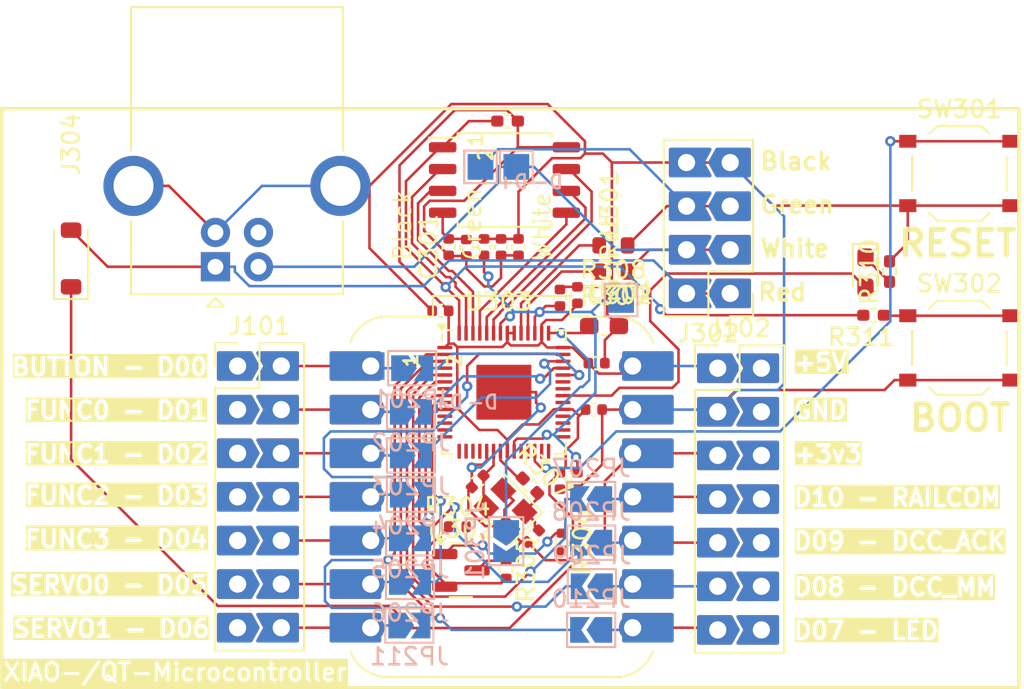
<source format=kicad_pcb>
(kicad_pcb (version 20240108) (generator "pcbnew") (generator_version "8.0")
  (layers (0 "F.Cu" signal) (31 "B.Cu" signal) (34 "B.Paste" user) (35 "F.Paste" user) (36 "B.SilkS" user "B.Silkscreen") (37 "F.SilkS" user "F.Silkscreen") (38 "B.Mask" user) (39 "F.Mask" user) (44 "Edge.Cuts" user))
  (net 0 "")
  (net 1 "/J_+3v3")
  (net 2 "/J_GND")
  (net 3 "/acc-mcu-xiao/mcu_rp2040-onboard/ADC_VREF")
  (net 4 "/acc-mcu-xiao/mcu_rp2040-onboard/XIN")
  (net 5 "Net-(C304-Pad1)")
  (net 6 "+1V1")
  (net 7 "VBUS")
  (net 8 "+5V")
  (net 9 "/acc-mcu-xiao/GPIO23")
  (net 10 "Net-(D302-K)")
  (net 11 "/J_FUNC3")
  (net 12 "/J_FUNC1")
  (net 13 "/BUTTON")
  (net 14 "/J_BUTTON")
  (net 15 "/FUNC1")
  (net 16 "/J_FUNC2")
  (net 17 "/J_SERVO1")
  (net 18 "/FUNC0")
  (net 19 "/SERVO1")
  (net 20 "/J_SERVO0")
  (net 21 "/FUNC2")
  (net 22 "/FUNC3")
  (net 23 "/SERVO0")
  (net 24 "/J_FUNC0")
  (net 25 "/LED")
  (net 26 "/+5V")
  (net 27 "/DCC_ACK")
  (net 28 "/J_RAILCOM")
  (net 29 "/GND")
  (net 30 "/+3v3")
  (net 31 "/J_DCC_ACK")
  (net 32 "/J_LED")
  (net 33 "/J_DCC_MM")
  (net 34 "/DCC_MM_SIGNAL")
  (net 35 "/RAILCOM")
  (net 36 "/acc-mcu-xiao/mcu_rp2040-onboard/D-")
  (net 37 "/acc-mcu-xiao/mcu_rp2040-onboard/D+")
  (net 39 "/acc-mcu-xiao/GPIO26")
  (net 40 "/acc-mcu-xiao/GPIO27")
  (net 41 "/acc-mcu-xiao/GPIO28")
  (net 42 "/acc-mcu-xiao/GPIO29")
  (net 43 "/acc-mcu-xiao/GPIO6")
  (net 44 "/acc-mcu-xiao/GPIO7")
  (net 45 "/acc-mcu-xiao/GPIO3")
  (net 46 "/acc-mcu-xiao/GPIO4")
  (net 47 "/acc-mcu-xiao/GPIO2")
  (net 48 "/acc-mcu-xiao/GPIO1")
  (net 49 "/acc-mcu-xiao/GPIO0")
  (net 50 "/acc-mcu-xiao/mcu_rp2040-onboard/3V0_VREF")
  (net 51 "/acc-mcu-xiao/mcu_rp2040-onboard/QSPI_SS")
  (net 52 "/acc-mcu-xiao/mcu_rp2040-onboard/2v5_VREF")
  (net 53 "/acc-mcu-xiao/mcu_rp2040-onboard/XOUT")
  (net 54 "/acc-mcu-xiao/mcu_rp2040-onboard/DP")
  (net 55 "/acc-mcu-xiao/mcu_rp2040-onboard/DN")
  (net 56 "Net-(R311-Pad2)")
  (net 57 "/acc-mcu-xiao/mcu_rp2040-onboard/RESET_RUN")
  (net 58 "/acc-mcu-xiao/mcu_rp2040-onboard/QSPI_SD1")
  (net 59 "/acc-mcu-xiao/mcu_rp2040-onboard/QSPI_SD0")
  (net 60 "/acc-mcu-xiao/mcu_rp2040-onboard/QSPI_SD3")
  (net 61 "/acc-mcu-xiao/mcu_rp2040-onboard/QSPI_SD2")
  (net 62 "/acc-mcu-xiao/mcu_rp2040-onboard/QSPI_SCLK")
  (net 63 "/acc-mcu-xiao/GPIO19")
  (net 64 "/acc-mcu-xiao/GPIO22")
  (net 65 "/acc-mcu-xiao/GPIO12")
  (net 66 "/acc-mcu-xiao/GPIO14")
  (net 67 "/acc-mcu-xiao/GPIO25")
  (net 68 "/acc-mcu-xiao/mcu_rp2040-onboard/SWD")
  (net 69 "/acc-mcu-xiao/GPIO10")
  (net 70 "/acc-mcu-xiao/GPIO5")
  (net 71 "/acc-mcu-xiao/GPIO17")
  (net 72 "/acc-mcu-xiao/GPIO9")
  (net 73 "/acc-mcu-xiao/GPIO18")
  (net 74 "/acc-mcu-xiao/GPIO16")
  (net 75 "/acc-mcu-xiao/GPIO15")
  (net 76 "/acc-mcu-xiao/GPIO11")
  (net 77 "/acc-mcu-xiao/mcu_rp2040-onboard/SWCLK")
  (net 78 "/acc-mcu-xiao/GPIO8")
  (net 79 "/acc-mcu-xiao/GPIO21")
  (net 80 "/acc-mcu-xiao/GPIO20")
  (net 81 "/acc-mcu-xiao/GPIO13")
  (net 82 "/acc-mcu-xiao/GPIO24")
  (footprint "Capacitor_SMD:C_0402_1005Metric" (layer "F.Cu") (at 59.017 56.195 90)
    (property "Reference" "C312" (hide yes))
    (property "Value" "100n")
  )
  (footprint "LED_SMD:LED_0603_1608Metric_Pad1.05x0.95mm_HandSolder" (layer "F.Cu") (at 80.226 57.6695 -90)
    (property "Reference" "D302" (hide yes))
    (property "Value" "LED")
  )
  (footprint "Capacitor_SMD:C_0402_1005Metric" (layer "F.Cu") (at 58.0292 56.195 90)
    (property "Reference" "C305" (hide yes))
    (property "Value" "100n")
  )
  (footprint "Resistor_SMD:R_0603_1608Metric" (layer "F.Cu") (at 65.558 57.62 180)
    (property "Reference" "R309")
    (property "Value" "27R")
  )
  (footprint "Package_DFN_QFN:QFN-56-1EP_7x7mm_P0.4mm_EP3.2x3.2mm" (layer "F.Cu") (at 59.182 64.643)
    (property "Reference" "U303")
    (property "Value" "RP2040")
  )
  (footprint "Capacitor_SMD:C_0603_1608Metric_Pad1.08x0.95mm_HandSolder" (layer "F.Cu") (at 65.0125 60.795)
    (property "Reference" "C302")
    (property "Value" "10n C0G")
  )
  (footprint "Capacitor_SMD:C_0402_1005Metric" (layer "F.Cu") (at 60.8804 73.0286 -135)
    (property "Reference" "C304" (hide yes))
    (property "Value" "18p")
  )
  (footprint "Capacitor_SMD:C_0402_1005Metric" (layer "F.Cu") (at 64.577 62.954)
    (property "Reference" "C311" (hide yes))
    (property "Value" "100n")
  )
  (footprint "xDuinoRail:USB_B_OST_USB-B1HSxx_Horizontal" (layer "F.Cu") (at 42.4 57.3395 90)
    (property "Reference" "J304")
    (property "Value" "USB_B")
  )
  (footprint "xDuinoRail:PinHeaderJP_2x07_P2.54mm_Vertical" (layer "F.Cu") (at 43.688 63.119)
    (property "Reference" "J101")
    (property "Value" "Conn_02x07_Odd_Even")
  )
  (footprint "Capacitor_SMD:C_0402_1005Metric" (layer "F.Cu") (at 60.033 56.195 90)
    (property "Reference" "C310" (hide yes))
    (property "Value" "100n")
  )
  (footprint "Resistor_SMD:R_0402_1005Metric_Pad0.72x0.64mm_HandSolder" (layer "F.Cu") (at 60.7041 70.0864 -45)
    (property "Reference" "R307")
    (property "Value" "1k")
  )
  (footprint "Package_TO_SOT_SMD:SOT-23" (layer "F.Cu") (at 56.6825 75.019)
    (property "Reference" "U302")
    (property "Value" "TL431DBZ")
  )
  (footprint "Button_Switch_SMD:SW_Push_1P1T_XKB_TS-1187A" (layer "F.Cu") (at 85.687 51.905)
    (property "Reference" "SW301")
    (property "Value" "RESET")
  )
  (footprint "xDuinoRail:PinHeaderJP_2x07_P2.54mm_Vertical" (layer "F.Cu") (at 71.628 63.246)
    (property "Reference" "J102")
    (property "Value" "Conn_02x07_Odd_Even")
  )
  (footprint "Capacitor_SMD:C_0402_1005Metric" (layer "F.Cu") (at 63.462 58.989 90)
    (property "Reference" "C309" (hide yes))
    (property "Value" "1u")
  )
  (footprint "Crystal:Crystal_SMD_2520-4Pin_2.5x2.0mm" (layer "F.Cu") (at 59.271 71.463 135)
    (property "Reference" "Y301" (hide yes))
    (property "Value" "ECS-120-12-36-AGN-TR3" (hide yes))
  )
  (footprint "Capacitor_SMD:C_0402_1005Metric" (layer "F.Cu") (at 57.6583 69.8415 -135)
    (property "Reference" "C303" (hide yes))
    (property "Value" "18p")
  )
  (footprint "Capacitor_SMD:C_0402_1005Metric" (layer "F.Cu") (at 55.969 56.195 90)
    (property "Reference" "C301")
    (property "Value" "100n")
  )
  (footprint "RP2040-Decoder_Additional_Footprints:SOIC-8_5.23x5.23mm_P1.27mm" (layer "F.Cu") (at 59.2202 52.286)
    (property "Reference" "U301")
    (property "Value" "W25Q128JVSIQ")
  )
  (footprint "Capacitor_SMD:C_0402_1005Metric" (layer "F.Cu") (at 62.446 69.812 -90)
    (property "Reference" "C315" (hide yes))
    (property "Value" "100n")
  )
  (footprint "Button_Switch_SMD:SW_Push_1P1T_XKB_TS-1187A" (layer "F.Cu") (at 85.687 62.065)
    (property "Reference" "SW302")
    (property "Value" "BOOTSEL")
  )
  (footprint "Diode_SMD:D_SOD-123" (layer "F.Cu") (at 33.998 56.857 90)
    (property "Reference" "D301" (hide yes))
    (property "Value" "B5819W")
  )
  (footprint "Capacitor_SMD:C_0402_1005Metric" (layer "F.Cu") (at 55.489 59.906 180)
    (property "Reference" "C314" (hide yes))
    (property "Value" "100n")
  )
  (footprint "xDuinoRail:PinHeaderJP_2x04_P2.54mm_Vertical" (layer "F.Cu") (at 72.352 58.89 180)
    (property "Reference" "J302")
    (property "Value" "Conn_02x04_Odd_Even")
  )
  (footprint "Resistor_SMD:R_0603_1608Metric" (layer "F.Cu") (at 65.557 56.096 180)
    (property "Reference" "R308")
    (property "Value" "27R")
  )
  (footprint "xDuinoRail:XIAO_THT_SMD" (layer "F.Cu") (at 59.055 70.739)
    (property "Reference" "U201")
    (property "Value" "MOUDLE-SEEEDUINO-XIAO-ESP32C3")
  )
  (footprint "Resistor_SMD:R_0402_1005Metric" (layer "F.Cu") (at 59.3125 74.971 -90)
    (property "Reference" "R305")
    (property "Value" "3k3")
  )
  (footprint "Resistor_SMD:R_0402_1005Metric_Pad0.72x0.64mm_HandSolder" (layer "F.Cu") (at 59.398 48.857 180)
    (property "Reference" "R301" (hide yes))
    (property "Value" "DNP")
  )
  (footprint "Capacitor_SMD:C_0402_1005Metric" (layer "F.Cu") (at 63.462 69.812 -90)
    (property "Reference" "C306" (hide yes))
    (property "Value" "100n")
  )
  (footprint "Capacitor_SMD:C_0402_1005Metric" (layer "F.Cu") (at 64.4195 65.6565)
    (property "Reference" "C308" (hide yes))
    (property "Value" "100n")
  )
  (footprint "Resistor_SMD:R_0402_1005Metric_Pad0.72x0.64mm_HandSolder" (layer "F.Cu") (at 81.623 57.62 90)
    (property "Reference" "R310")
    (property "Value" "1k")
  )
  (footprint "Resistor_SMD:R_0402_1005Metric_Pad0.72x0.64mm_HandSolder" (layer "F.Cu") (at 80.6965 60.16)
    (property "Reference" "R311")
    (property "Value" "1k")
  )
  (footprint "Capacitor_SMD:C_0402_1005Metric" (layer "F.Cu") (at 62.446 59.144 90)
    (property "Reference" "C307" (hide yes))
    (property "Value" "1u")
  )
  (footprint "Resistor_SMD:R_0402_1005Metric" (layer "F.Cu") (at 62.573 73.366 -90)
    (property "Reference" "R306")
    (property "Value" "150R")
  )
  (footprint "Resistor_SMD:R_0402_1005Metric" (layer "F.Cu") (at 56.475 72.479)
    (property "Reference" "R304")
    (property "Value" "680R")
  )
  (footprint "Capacitor_SMD:C_0402_1005Metric" (layer "F.Cu") (at 56.9965 56.2332 90)
    (property "Reference" "C313" (hide yes))
    (property "Value" "100n")
  )
  (footprint "Jumper:SolderJumper-2_P1.3mm_Open_TrianglePad1.0x1.5mm" (layer "B.Cu") (at 64.262 70.866 180)
    (property "Reference" "JP207")
    (property "Value" "SolderJumper_2_Open")
  )
  (footprint "Jumper:SolderJumper-2_P1.3mm_Open_TrianglePad1.0x1.5mm" (layer "B.Cu") (at 64.262 73.406 180)
    (property "Reference" "JP208")
    (property "Value" "SolderJumper_2_Open")
  )
  (footprint "TestPoint:TestPoint_Pad_1.5x1.5mm" (layer "B.Cu") (at 59.906 51.524 180)
    (property "Reference" "TP303" (hide yes))
    (property "Value" "D-")
  )
  (footprint "Jumper:SolderJumper-2_P1.3mm_Open_TrianglePad1.0x1.5mm" (layer "B.Cu") (at 53.774 70.612)
    (property "Reference" "JP204")
    (property "Value" "SolderJumper_2_Open")
  )
  (footprint "Jumper:SolderJumper-2_P1.3mm_Open_TrianglePad1.0x1.5mm" (layer "B.Cu") (at 53.721 75.692)
    (property "Reference" "JP206")
    (property "Value" "SolderJumper_2_Open")
  )
  (footprint "TestPoint:TestPoint_Pad_1.5x1.5mm" (layer "B.Cu") (at 66.002 59.271 180)
    (property "Reference" "TP301" (hide yes))
    (property "Value" "VREG")
  )
  (footprint "Jumper:SolderJumper-2_P1.3mm_Open_TrianglePad1.0x1.5mm" (layer "B.Cu") (at 53.721 73.152)
    (property "Reference" "JP205")
    (property "Value" "SolderJumper_2_Open")
  )
  (footprint "Jumper:SolderJumper-2_P1.3mm_Open_TrianglePad1.0x1.5mm" (layer "B.Cu") (at 64.299 75.946 180)
    (property "Reference" "JP209")
    (property "Value" "SolderJumper_2_Open")
  )
  (footprint "Jumper:SolderJumper-2_P1.3mm_Open_TrianglePad1.0x1.5mm" (layer "B.Cu") (at 53.774 65.786)
    (property "Reference" "JP202")
    (property "Value" "SolderJumper_2_Open")
  )
  (footprint "Jumper:SolderJumper-2_P1.3mm_Open_TrianglePad1.0x1.5mm" (layer "B.Cu") (at 53.684 78.232)
    (property "Reference" "JP211")
    (property "Value" "SolderJumper_2_Open")
  )
  (footprint "Jumper:SolderJumper-2_P1.3mm_Open_TrianglePad1.0x1.5mm" (layer "B.Cu") (at 59.3125 73.316 -90)
    (property "Reference" "JP301")
    (property "Value" "VREF")
  )
  (footprint "Jumper:SolderJumper-2_P1.3mm_Open_TrianglePad1.0x1.5mm" (layer "B.Cu") (at 64.262 78.486 180)
    (property "Reference" "JP210")
    (property "Value" "SolderJumper_2_Open")
  )
  (footprint "Jumper:SolderJumper-2_P1.3mm_Open_TrianglePad1.0x1.5mm" (layer "B.Cu") (at 53.774 68.326)
    (property "Reference" "JP203")
    (property "Value" "SolderJumper_2_Open")
  )
  (footprint "Jumper:SolderJumper-2_P1.3mm_Open_TrianglePad1.0x1.5mm" (layer "B.Cu") (at 53.848 63.246)
    (property "Reference" "JP201")
    (property "Value" "SolderJumper_2_Open")
  )
  (footprint "TestPoint:TestPoint_Pad_1.5x1.5mm" (layer "B.Cu") (at 57.8232 51.524 180)
    (property "Reference" "TP302" (hide yes))
    (property "Value" "D+")
  )
  (gr_rect (start 29.972 48.133) (end 89.154 81.8572) (stroke (width 0.2)) (fill none) (layer "F.SilkS"))
  (gr_text "D+" (at 60.676401 52.86 0) (layer "B.SilkS") (effects (font (size 0.8 0.8)) (justify left bottom mirror)))
  (gr_text "D+" (at 56.911599 65.694601 0) (layer "B.SilkS") (effects (font (size 0.8 0.8)) (justify left bottom mirror)))
  (gr_text "D-" (at 58.9436 65.6946 0) (layer "B.SilkS") (effects (font (size 0.8 0.8)) (justify left bottom mirror)))
  (gr_text "D-" (at 62.708401 52.86 0) (layer "B.SilkS") (effects (font (size 0.8 0.8)) (justify left bottom mirror)))
  (gr_text "+5V" (at 75.946 63.5 0) (layer "F.SilkS" knockout) (effects (font (size 1 1) (thickness 0.2) (bold yes)) (justify left bottom)))
  (gr_text "1" (at 58.009401 50.447001 90) (layer "F.SilkS") (effects (font (size 0.8 0.8) (thickness 0.15) (bold yes)) (justify left bottom)))
  (gr_text "Red" (at 73.876 59.406502 0) (layer "F.SilkS") (effects (font (size 1 1) (thickness 0.2) (bold yes)) (justify left bottom)))
  (gr_text "Red" (at 65.9286 57.0586 90) (layer "F.SilkS") (effects (font (size 1 1) (thickness 0.125)) (justify left bottom)))
  (gr_text "D07 - LED" (at 75.946 79.121 0) (layer "F.SilkS" knockout) (effects (font (size 1 1) (thickness 0.2) (bold yes)) (justify left bottom)))
  (gr_text "FUNC3 - D04" (at 42.037 73.787 0) (layer "F.SilkS" knockout) (effects (font (size 1 1) (thickness 0.2) (bold yes)) (justify right bottom)))
  (gr_text "2" (at 56.7846 63.281602 90) (layer "F.SilkS") (effects (font (size 0.8 0.8) (thickness 0.15) (bold yes)) (justify left bottom)))
  (gr_text "GND" (at 75.946 66.294 0) (layer "F.SilkS" knockout) (effects (font (size 1 1) (thickness 0.2) (bold yes)) (justify left bottom)))
  (gr_text "BOOT" (at 82.639 67.018 0) (layer "F.SilkS") (effects (font (size 1.5 1.5) (thickness 0.3) (bold yes)) (justify left bottom)))
  (gr_text "BUTTON - D00" (at 42.037 63.754 0) (layer "F.SilkS" knockout) (effects (font (size 1 1) (thickness 0.2) (bold yes)) (justify right bottom)))
  (gr_text "D08 - DCC_MM" (at 75.946 76.581 0) (layer "F.SilkS" knockout) (effects (font (size 1 1) (thickness 0.2) (bold yes)) (justify left bottom)))
  (gr_text "D09 - DCC_ACK" (at 75.946 73.914 0) (layer "F.SilkS" knockout) (effects (font (size 1 1) (thickness 0.2) (bold yes)) (justify left bottom)))
  (gr_text "Black" (at 53.8636 57.0586 90) (layer "F.SilkS") (effects (font (size 1 1) (thickness 0.125)) (justify left bottom)))
  (gr_text "FUNC2 - D03" (at 42.037 71.247 0) (layer "F.SilkS" knockout) (effects (font (size 1 1) (thickness 0.2) (bold yes)) (justify right bottom)))
  (gr_text "White" (at 74.003 56.858 0) (layer "F.SilkS") (effects (font (size 1 1) (thickness 0.2) (bold yes)) (justify left bottom)))
  (gr_text "1" (at 58.009401 50.447001 90) (layer "F.SilkS") (effects (font (size 0.8 0.8) (thickness 0.15) (bold yes)) (justify left bottom)))
  (gr_text "SERVO1 - D06" (at 42.164 78.994 0) (layer "F.SilkS" knockout) (effects (font (size 1 1) (thickness 0.2) (bold yes)) (justify right bottom)))
  (gr_text "XIAO-/QT-Microcontroller" (at 29.972 81.534 0) (layer "F.SilkS" knockout) (effects (font (size 1 1)) (justify left bottom)))
  (gr_text "FUNC0 - D01" (at 42.037 66.294 0) (layer "F.SilkS" knockout) (effects (font (size 1 1) (thickness 0.2) (bold yes)) (justify right bottom)))
  (gr_text "Green" (at 57.9276 57.0586 90) (layer "F.SilkS") (effects (font (size 1 1) (thickness 0.125)) (justify left bottom)))
  (gr_text "FUNC1 - D02" (at 42.037 68.834 0) (layer "F.SilkS" knockout) (effects (font (size 1 1) (thickness 0.2) (bold yes)) (justify right bottom)))
  (gr_text "2" (at 58.5852 51.270001 90) (layer "F.SilkS") (effects (font (size 0.8 0.8) (thickness 0.15) (bold yes)) (justify left bottom)))
  (gr_text "1" (at 54.2446 63.281602 90) (layer "F.SilkS") (effects (font (size 0.8 0.8) (thickness 0.15) (bold yes)) (justify left bottom)))
  (gr_text "Black" (at 74.003001 51.778 0) (layer "F.SilkS") (effects (font (size 1 1) (thickness 0.2) (bold yes)) (justify left bottom)))
  (gr_text "RESET" (at 82.004 56.858 0) (layer "F.SilkS") (effects (font (size 1.5 1.5) (thickness 0.3) (bold yes)) (justify left bottom)))
  (gr_text "SERVO0 - D05" (at 42.037 76.454 0) (layer "F.SilkS" knockout) (effects (font (size 1 1) (thickness 0.2) (bold yes)) (justify right bottom)))
  (gr_text "+3v3" (at 75.946 68.834 0) (layer "F.SilkS" knockout) (effects (font (size 1 1) (thickness 0.2) (bold yes)) (justify left bottom)))
  (gr_text "1" (at 54.2446 63.281602 90) (layer "F.SilkS") (effects (font (size 0.8 0.8) (thickness 0.15) (bold yes)) (justify left bottom)))
  (gr_text "D10 - RAILCOM" (at 75.946 71.374 0) (layer "F.SilkS" knockout) (effects (font (size 1 1) (thickness 0.2) (bold yes)) (justify left bottom)))
  (gr_text "White" (at 61.9916 57.0586 90) (layer "F.SilkS") (effects (font (size 1 1) (thickness 0.125)) (justify left bottom)))
  (gr_text "Green" (at 74.003 54.318 0) (layer "F.SilkS") (effects (font (size 1 1) (thickness 0.2) (bold yes)) (justify left bottom)))
  (segment (start 55.7445 65.643) (end 56.3873 65.643) (width 0.15) (layer "F.Cu") (net 1))
  (segment (start 59.5786 61.9199) (end 61.1807 61.9199) (width 0.15) (layer "F.Cu") (net 1))
  (segment (start 59.9955 48.857) (end 59.3529 48.2144) (width 0.15) (layer "F.Cu") (net 1))
  (segment (start 63.462 59.5413) (end 63.462 59.469) (width 0.15) (layer "F.Cu") (net 1))
  (segment (start 62.0841 65.643) (end 61.2065 66.5206) (width 0.15) (layer "F.Cu") (net 1))
  (segment (start 64.097 62.954) (end 64.7042 63.5612) (width 0.15) (layer "F.Cu") (net 1))
  (segment (start 63.4922 66.1038) (end 63.4922 67.3285) (width 0.15) (layer "F.Cu") (net 1))
  (segment (start 58.5183 58.4824) (end 59.017 57.9837) (width 0.15) (layer "F.Cu") (net 1))
  (segment (start 54.8647 53.4983) (end 56.8782 53.4983) (width 0.15) (layer "F.Cu") (net 1))
  (segment (start 60.2775 66.5206) (end 59.382 67.4161) (width 0.15) (layer "F.Cu") (net 1))
  (segment (start 62.6195 62.043) (end 63.186 62.043) (width 0.15) (layer "F.Cu") (net 1))
  (segment (start 59.0946 62.0107) (end 59.382 61.7233) (width 0.15) (layer "F.Cu") (net 1))
  (segment (start 53.1092 57.0462) (end 55.969 59.906) (width 0.15) (layer "F.Cu") (net 1))
  (segment (start 63.5675 66.0285) (end 63.4922 66.1038) (width 0.15) (layer "F.Cu") (net 1))
  (segment (start 56.469 65.5613) (end 57.7513 66.8436) (width 0.15) (layer "F.Cu") (net 1))
  (segment (start 61.382 61.7186) (end 61.382 61.2055) (width 0.15) (layer "F.Cu") (net 1))
  (segment (start 63.186 62.043) (end 64.097 62.954) (width 0.15) (layer "F.Cu") (net 1))
  (segment (start 55.969 59.906) (end 55.969 61.8185) (width 0.15) (layer "F.Cu") (net 1))
  (segment (start 56.9965 56.7132) (end 56.9965 57.4383) (width 0.15) (layer "F.Cu") (net 1))
  (segment (start 55.969 61.8185) (end 55.7445 62.043) (width 0.15) (layer "F.Cu") (net 1))
  (segment (start 56.469 62.0107) (end 59.0946 62.0107) (width 0.15) (layer "F.Cu") (net 1))
  (segment (start 64.7042 63.5612) (end 66.2328 63.5612) (width 0.15) (layer "F.Cu") (net 1))
  (segment (start 61.8378 69.9402) (end 61.8378 70.6224) (width 0.15) (layer "F.Cu") (net 1))
  (segment (start 63.1819 65.643) (end 63.5675 66.0285) (width 0.15) (layer "F.Cu") (net 1))
  (segment (start 59.3529 48.2144) (end 56.3282 48.2144) (width 0.15) (layer "F.Cu") (net 1))
  (segment (start 66.2328 63.5612) (end 66.675 63.119) (width 0.15) (layer "F.Cu") (net 1))
  (segment (start 59.017 56.675) (end 60.033 56.675) (width 0.15) (layer "F.Cu") (net 1))
  (segment (start 56.0072 56.7132) (end 55.969 56.675) (width 0.15) (layer "F.Cu") (net 1))
  (segment (start 59.017 57.9837) (end 59.017 56.675) (width 0.15) (layer "F.Cu") (net 1))
  (segment (start 63.2008 71.9854) (end 63.2008 73.2482) (width 0.15) (layer "F.Cu") (net 1))
  (segment (start 62.6195 65.643) (end 63.1819 65.643) (width 0.15) (layer "F.Cu") (net 1))
  (segment (start 62.7782 68.0425) (end 62.7782 68.9998) (width 0.15) (layer "F.Cu") (net 1))
  (segment (start 58.0406 58.4824) (end 58.5183 58.4824) (width 0.15) (layer "F.Cu") (net 1))
  (segment (start 63.4922 67.3285) (end 62.7782 68.0425) (width 0.15) (layer "F.Cu") (net 1))
  (segment (start 59.382 61.7233) (end 59.5786 61.9199) (width 0.15) (layer "F.Cu") (net 1))
  (segment (start 61.6413 60.4399) (end 62.5634 60.4399) (width 0.15) (layer "F.Cu") (net 1))
  (segment (start 58.8095 66.8436) (end 59.382 67.4161) (width 0.15) (layer "F.Cu") (net 1))
  (segment (start 61.382 60.6992) (end 61.6413 60.4399) (width 0.15) (layer "F.Cu") (net 1))
  (segment (start 56.8782 53.4983) (end 59.9955 50.381) (width 0.15) (layer "F.Cu") (net 1))
  (segment (start 59.382 67.4161) (end 59.382 68.0805) (width 0.15) (layer "F.Cu") (net 1))
  (segment (start 56.469 62.0107) (end 56.469 65.5613) (width 0.15) (layer "F.Cu") (net 1))
  (segment (start 56.2768 61.8185) (end 56.469 62.0107) (width 0.15) (layer "F.Cu") (net 1))
  (segment (start 61.2065 66.5206) (end 60.2775 66.5206) (width 0.15) (layer "F.Cu") (net 1))
  (segment (start 61.382 61.2055) (end 61.382 60.6992) (width 0.15) (layer "F.Cu") (net 1))
  (segment (start 62.6195 62.043) (end 61.7064 62.043) (width 0.15) (layer "F.Cu") (net 1))
  (segment (start 61.7064 62.043) (end 61.382 61.7186) (width 0.15) (layer "F.Cu") (net 1))
  (segment (start 62.8202 50.381) (end 59.9955 50.381) (width 0.15) (layer "F.Cu") (net 1))
  (segment (start 54.5396 53.8234) (end 54.8647 53.4983) (width 0.15) (layer "F.Cu") (net 1))
  (segment (start 59.382 61.7233) (end 59.382 61.2055) (width 0.15) (layer "F.Cu") (net 1))
  (segment (start 61.1807 61.9199) (end 61.382 61.7186) (width 0.15) (layer "F.Cu") (net 1))
  (segment (start 63.2008 73.2482) (end 62.573 73.876) (width 0.15) (layer "F.Cu") (net 1))
  (segment (start 62.7782 68.9998) (end 62.446 69.332) (width 0.15) (layer "F.Cu") (net 1))
  (segment (start 62.446 69.332) (end 61.8378 69.9402) (width 0.15) (layer "F.Cu") (net 1))
  (segment (start 61.8378 70.6224) (end 63.2008 71.9854) (width 0.15) (layer "F.Cu") (net 1))
  (segment (start 56.9965 57.4383) (end 58.0406 58.4824) (width 0.15) (layer "F.Cu") (net 1))
  (segment (start 55.969 56.675) (end 54.5396 55.2456) (width 0.15) (layer "F.Cu") (net 1))
  (segment (start 56.3282 48.2144) (end 53.1092 51.4334) (width 0.15) (layer "F.Cu") (net 1))
  (segment (start 56.3873 65.643) (end 56.469 65.5613) (width 0.15) (layer "F.Cu") (net 1))
  (segment (start 59.382 61.2055) (end 59.782 61.2055) (width 0.15) (layer "F.Cu") (net 1))
  (segment (start 59.9955 50.381) (end 59.9955 48.857) (width 0.15) (layer "F.Cu") (net 1))
  (segment (start 53.1092 51.4334) (end 53.1092 57.0462) (width 0.15) (layer "F.Cu") (net 1))
  (segment (start 56.9965 56.7132) (end 56.0072 56.7132) (width 0.15) (layer "F.Cu") (net 1))
  (segment (start 62.6195 65.643) (end 62.0841 65.643) (width 0.15) (layer "F.Cu") (net 1))
  (segment (start 57.7513 66.8436) (end 58.8095 66.8436) (width 0.15) (layer "F.Cu") (net 1))
  (segment (start 55.969 61.8185) (end 56.2768 61.8185) (width 0.15) (layer "F.Cu") (net 1))
  (segment (start 54.5396 55.2456) (end 54.5396 53.8234) (width 0.15) (layer "F.Cu") (net 1))
  (segment (start 62.5634 60.4399) (end 63.462 59.5413) (width 0.15) (layer "F.Cu") (net 1))
  (segment (start 63.9395 65.6565) (end 63.5675 66.0285) (width 0.15) (layer "F.Cu") (net 1))
  (segment (start 71.628 63.246) (end 71.501 63.119) (width 0.15) (layer "B.Cu") (net 1))
  (segment (start 71.501 63.119) (end 66.675 63.119) (width 0.15) (layer "B.Cu") (net 1))
  (segment (start 65.4658 51.27) (end 65.4658 58.2354) (width 0.15) (layer "F.Cu") (net 2))
  (segment (start 63.5945 70.4245) (end 63.5945 73.7785) (width 0.15) (layer "F.Cu") (net 2))
  (segment (start 58.0925 72.4394) (end 57.1205 71.4674) (width 0.15) (layer "F.Cu") (net 2))
  (segment (start 88.687 53.78) (end 82.687 53.78) (width 0.15) (layer "F.Cu") (net 2))
  (segment (start 82.687 53.78) (end 74.862 53.78) (width 0.15) (layer "F.Cu") (net 2))
  (segment (start 61.0587 65.2673) (end 61.3327 65.5413) (width 0.15) (layer "F.Cu") (net 2))
  (segment (start 58.182 68.6273) (end 57.9437 68.8656) (width 0.15) (layer "F.Cu") (net 2))
  (segment (start 51.3613 56.2583) (end 55.009 59.906) (width 0.15) (layer "F.Cu") (net 2))
  (segment (start 60.033 55.715) (end 59.017 55.715) (width 0.15) (layer "F.Cu") (net 2))
  (segment (start 61.7298 47.8627) (end 63.8975 50.0304) (width 0.15) (layer "F.Cu") (net 2))
  (segment (start 59.182 64.643) (end 61.0587 64.643) (width 0.15) (layer "F.Cu") (net 2))
  (segment (start 63.8975 50.749) (end 64.9448 50.749) (width 0.15) (layer "F.Cu") (net 2))
  (segment (start 60.541 73.368) (end 60.186 73.368) (width 0.15) (layer "F.Cu") (net 2))
  (segment (start 57.9437 68.8656) (end 57.4832 68.8656) (width 0.15) (layer "F.Cu") (net 2))
  (segment (start 58.178 74.461) (end 59.3125 74.461) (width 0.15) (layer "F.Cu") (net 2))
  (segment (start 61.0587 64.643) (end 61.0587 65.2673) (width 0.15) (layer "F.Cu") (net 2))
  (segment (start 65.875 60.795) (end 65.057 61.613) (width 0.15) (layer "F.Cu") (net 2))
  (segment (start 59.3125 74.461) (end 59.3125 74.2415) (width 0.15) (layer "F.Cu") (net 2))
  (segment (start 63.5945 73.7785) (end 62.9472 74.4258) (width 0.15) (layer "F.Cu") (net 2))
  (segment (start 64.902 65.659) (end 64.8995 65.6565) (width 0.15) (layer "F.Cu") (net 2))
  (segment (start 72.7102 64.516) (end 81.3343 64.516) (width 0.15) (layer "F.Cu") (net 2))
  (segment (start 63.6305 51.016) (end 61.9858 51.016) (width 0.15) (layer "F.Cu") (net 2))
  (segment (start 59.7495 70.9515) (end 59.2157 71.4853) (width 0.15) (layer "F.Cu") (net 2))
  (segment (start 62.446 70.292) (end 63.462 70.292) (width 0.15) (layer "F.Cu") (net 2))
  (segment (start 60.186 73.368) (end 59.997 73.1789) (width 0.15) (layer "F.Cu") (net 2))
  (segment (start 62.601 58.509) (end 62.446 58.664) (width 0.15) (layer "F.Cu") (net 2))
  (segment (start 57.62 75.019) (end 58.178 74.461) (width 0.15) (layer "F.Cu") (net 2))
  (segment (start 59.1473 70.3493) (end 59.7495 70.9515) (width 0.15) (layer "F.Cu") (net 2))
  (segment (start 56.1281 47.8627) (end 61.7298 47.8627) (width 0.15) (layer "F.Cu") (net 2))
  (segment (start 61.5988 74.4258) (end 60.541 73.368) (width 0.15) (layer "F.Cu") (net 2))
  (segment (start 55.969 55.715) (end 56.9583 55.715) (width 0.15) (layer "F.Cu") (net 2))
  (segment (start 69.812 51.27) (end 65.4658 51.27) (width 0.15) (layer "F.Cu") (net 2))
  (segment (start 58.7194 72.4394) (end 58.0925 72.4394) (width 0.15) (layer "F.Cu") (net 2))
  (segment (start 63.462 58.509) (end 62.601 58.509) (width 0.15) (layer "F.Cu") (net 2))
  (segment (start 71.628 65.786) (end 71.628 65.5982) (width 0.15) (layer "F.Cu") (net 2))
  (segment (start 51.3613 52.6295) (end 49.67 52.6295) (width 0.15) (layer "F.Cu") (net 2))
  (segment (start 82.687 63.94) (end 81.9103 63.94) (width 0.15) (layer "F.Cu") (net 2))
  (segment (start 55.6202 55.3662) (end 55.969 55.715) (width 0.15) (layer "F.Cu") (net 2))
  (segment (start 64.9448 50.749) (end 65.4658 51.27) (width 0.15) (layer "F.Cu") (net 2))
  (segment (start 81.3343 64.516) (end 81.9103 63.94) (width 0.15) (layer "F.Cu") (net 2))
  (segment (start 57.1205 70.3793) (end 57.3189 70.1809) (width 0.15) (layer "F.Cu") (net 2))
  (segment (start 65.1922 58.509) (end 63.462 58.509) (width 0.15) (layer "F.Cu") (net 2))
  (segment (start 56.9965 55.7532) (end 57.991 55.7532) (width 0.15) (layer "F.Cu") (net 2))
  (segment (start 66.675 65.659) (end 64.902 65.659) (width 0.15) (layer "F.Cu") (net 2))
  (segment (start 60.033 52.9688) (end 60.033 55.715) (width 0.15) (layer "F.Cu") (net 2))
  (segment (start 65.1922 58.509) (end 65.1922 60.1122) (width 0.15) (layer "F.Cu") (net 2))
  (segment (start 56.9583 55.715) (end 56.9965 55.7532) (width 0.15) (layer "F.Cu") (net 2))
  (segment (start 57.991 55.7532) (end 58.0292 55.715) (width 0.15) (layer "F.Cu") (net 2))
  (segment (start 59.2157 71.9431) (end 58.9884 72.1704) (width 0.15) (layer "F.Cu") (net 2))
  (segment (start 59.3125 74.2415) (end 60.186 73.368) (width 0.15) (layer "F.Cu") (net 2))
  (segment (start 71.628 65.5982) (end 72.7102 64.516) (width 0.15) (layer "F.Cu") (net 2))
  (segment (start 65.4658 58.2354) (end 65.1922 58.509) (width 0.15) (layer "F.Cu") (net 2))
  (segment (start 88.687 63.94) (end 82.687 63.94) (width 0.15) (layer "F.Cu") (net 2))
  (segment (start 63.462 70.292) (end 63.5945 70.4245) (width 0.15) (layer "F.Cu") (net 2))
  (segment (start 62.9472 74.4258) (end 61.5988 74.4258) (width 0.15) (layer "F.Cu") (net 2))
  (segment (start 59.2157 71.4853) (end 59.2157 71.9431) (width 0.15) (layer "F.Cu") (net 2))
  (segment (start 58.9884 72.1704) (end 58.7194 72.4394) (width 0.15) (layer "F.Cu") (net 2))
  (segment (start 64.902 68.852) (end 63.462 70.292) (width 0.15) (layer "F.Cu") (net 2))
  (segment (start 55.6202 54.191) (end 55.6202 55.3662) (width 0.15) (layer "F.Cu") (net 2))
  (segment (start 37.63 52.6295) (end 39.69 52.6295) (width 0.15) (layer "F.Cu") (net 2))
  (segment (start 58.182 68.0805) (end 58.182 68.6273) (width 0.15) (layer "F.Cu") (net 2))
  (segment (start 51.3613 52.6295) (end 51.3613 56.2583) (width 0.15) (layer "F.Cu") (net 2))
  (segment (start 65.1922 60.1122) (end 65.875 60.795) (width 0.15) (layer "F.Cu") (net 2))
  (segment (start 81.623 57.0225) (end 82.687 55.9585) (width 0.15) (layer "F.Cu") (net 2))
  (segment (start 59.3947 72.5767) (end 58.9884 72.1704) (width 0.15) (layer "F.Cu") (net 2))
  (segment (start 57.1205 71.4674) (end 57.1205 70.3793) (width 0.15) (layer "F.Cu") (net 2))
  (segment (start 72.352 51.27) (end 69.812 51.27) (width 0.15) (layer "F.Cu") (net 2))
  (segment (start 59.3947 72.5767) (end 59.997 73.1789) (width 0.15) (layer "F.Cu") (net 2))
  (segment (start 61.9858 51.016) (end 60.033 52.9688) (width 0.15) (layer "F.Cu") (net 2))
  (segment (start 65.057 61.613) (end 65.057 62.954) (width 0.15) (layer "F.Cu") (net 2))
  (segment (start 82.687 55.9585) (end 82.687 53.78) (width 0.15) (layer "F.Cu") (net 2))
  (segment (start 63.8975 50.749) (end 63.6305 51.016) (width 0.15) (layer "F.Cu") (net 2))
  (segment (start 39.69 52.6295) (end 42.4 55.3395) (width 0.15) (layer "F.Cu") (net 2))
  (segment (start 74.862 53.78) (end 72.352 51.27) (width 0.15) (layer "F.Cu") (net 2))
  (segment (start 57.3189 69.0299) (end 57.3189 70.1809) (width 0.15) (layer "F.Cu") (net 2))
  (segment (start 64.902 65.659) (end 64.902 68.852) (width 0.15) (layer "F.Cu") (net 2))
  (segment (start 63.8975 50.0304) (end 63.8975 50.749) (width 0.15) (layer "F.Cu") (net 2))
  (segment (start 59.017 55.715) (end 58.0292 55.715) (width 0.15) (layer "F.Cu") (net 2))
  (segment (start 57.4832 68.8656) (end 57.3189 69.0299) (width 0.15) (layer "F.Cu") (net 2))
  (segment (start 51.3613 52.6295) (end 56.1281 47.8627) (width 0.15) (layer "F.Cu") (net 2))
  (via (at 61.3327 65.5413) (size 0.6) (drill 0.3) (layers "F.Cu" "B.Cu") (net 2))
  (via (at 57.3189 69.0299) (size 0.6) (drill 0.3) (layers "F.Cu" "B.Cu") (net 2))
  (segment (start 72.771 64.516) (end 75.1221 64.516) (width 0.15) (layer "B.Cu") (net 2))
  (segment (start 45.11 52.6295) (end 42.4 55.3395) (width 0.15) (layer "B.Cu") (net 2))
  (segment (start 71.628 65.786) (end 71.628 65.659) (width 0.15) (layer "B.Cu") (net 2))
  (segment (start 57.8441 69.0299) (end 61.3327 65.5413) (width 0.15) (layer "B.Cu") (net 2))
  (segment (start 57.3189 69.0299) (end 57.8441 69.0299) (width 0.15) (layer "B.Cu") (net 2))
  (segment (start 66.675 65.659) (end 71.628 65.659) (width 0.15) (layer "B.Cu") (net 2))
  (segment (start 75.4883 64.1498) (end 75.4883 54.4063) (width 0.15) (layer "B.Cu") (net 2))
  (segment (start 75.1221 64.516) (end 75.4883 64.1498) (width 0.15) (layer "B.Cu") (net 2))
  (segment (start 75.4883 54.4063) (end 72.352 51.27) (width 0.15) (layer "B.Cu") (net 2))
  (segment (start 49.67 52.6295) (end 45.11 52.6295) (width 0.15) (layer "B.Cu") (net 2))
  (segment (start 71.628 65.659) (end 72.771 64.516) (width 0.15) (layer "B.Cu") (net 2))
  (segment (start 64.15 60.795) (end 63.7474 61.1976) (width 0.15) (layer "F.Cu") (net 3))
  (segment (start 62.5294 61.1976) (end 61.7899 61.1976) (width 0.15) (layer "F.Cu") (net 3))
  (segment (start 63.7474 61.1976) (end 62.5294 61.1976) (width 0.15) (layer "F.Cu") (net 3))
  (segment (start 61.7899 61.1976) (end 61.782 61.2055) (width 0.15) (layer "F.Cu") (net 3))
  (via (at 62.5294 61.1976) (size 0.6) (drill 0.3) (layers "F.Cu" "B.Cu") (net 3))
  (segment (start 62.5294 61.1976) (end 64.1558 62.824) (width 0.15) (layer "B.Cu") (net 3))
  (segment (start 63.6315 64.3325) (end 59.3125 68.6515) (width 0.15) (layer "B.Cu") (net 3))
  (segment (start 64.1558 62.824) (end 64.1558 63.9394) (width 0.15) (layer "B.Cu") (net 3))
  (segment (start 63.7627 64.3325) (end 63.6315 64.3325) (width 0.15) (layer "B.Cu") (net 3))
  (segment (start 59.3125 68.6515) (end 59.3125 72.591) (width 0.15) (layer "B.Cu") (net 3))
  (segment (start 64.1558 63.9394) (end 63.7627 64.3325) (width 0.15) (layer "B.Cu") (net 3))
  (segment (start 58.1573 71.3393) (end 57.9977 71.1797) (width 0.15) (layer "F.Cu") (net 4))
  (segment (start 57.9977 69.5021) (end 58.582 68.9178) (width 0.15) (layer "F.Cu") (net 4))
  (segment (start 57.9977 71.1797) (end 57.9977 69.5021) (width 0.15) (layer "F.Cu") (net 4))
  (segment (start 58.582 68.9178) (end 58.582 68.0805) (width 0.15) (layer "F.Cu") (net 4))
  (segment (start 61.2198 72.6892) (end 60.9869 72.4563) (width 0.15) (layer "F.Cu") (net 5))
  (segment (start 60.3847 71.5867) (end 60.987 72.1889) (width 0.15) (layer "F.Cu") (net 5))
  (segment (start 60.3847 71.5867) (end 61.1266 70.8448) (width 0.15) (layer "F.Cu") (net 5))
  (segment (start 61.1266 70.8448) (end 61.1266 70.5089) (width 0.15) (layer "F.Cu") (net 5))
  (segment (start 60.9869 72.189) (end 60.987 72.1889) (width 0.15) (layer "F.Cu") (net 5))
  (segment (start 60.9869 72.4563) (end 60.9869 72.189) (width 0.15) (layer "F.Cu") (net 5))
  (segment (start 61.4498 67.3483) (end 61.6773 67.1208) (width 0.15) (layer "F.Cu") (net 6))
  (segment (start 59.5375 60.2261) (end 59.3991 60.2261) (width 0.15) (layer "F.Cu") (net 6))
  (segment (start 61.6134 59.624) (end 62.446 59.624) (width 0.15) (layer "F.Cu") (net 6))
  (segment (start 63.462 68.5034) (end 63.462 69.332) (width 0.15) (layer "F.Cu") (net 6))
  (segment (start 60.982 60.2554) (end 61.2649 59.9725) (width 0.15) (layer "F.Cu") (net 6))
  (segment (start 58.0292 56.675) (end 58.0292 57.6555) (width 0.15) (layer "F.Cu") (net 6))
  (segment (start 59.9472 67.3483) (end 61.4498 67.3483) (width 0.15) (layer "F.Cu") (net 6))
  (segment (start 60.982 61.2055) (end 60.982 60.2554) (width 0.15) (layer "F.Cu") (net 6))
  (segment (start 58.0292 57.6555) (end 58.2794 57.9057) (width 0.15) (layer "F.Cu") (net 6))
  (segment (start 59.3991 60.2261) (end 58.982 60.6432) (width 0.15) (layer "F.Cu") (net 6))
  (segment (start 58.982 60.6432) (end 58.982 61.2055) (width 0.15) (layer "F.Cu") (net 6))
  (segment (start 61.2649 59.9725) (end 61.6134 59.624) (width 0.15) (layer "F.Cu") (net 6))
  (segment (start 59.782 67.5135) (end 59.9472 67.3483) (width 0.15) (layer "F.Cu") (net 6))
  (segment (start 59.782 68.0805) (end 59.782 67.5135) (width 0.15) (layer "F.Cu") (net 6))
  (segment (start 63.3797 68.4211) (end 63.462 68.5034) (width 0.15) (layer "F.Cu") (net 6))
  (via (at 58.2794 57.9057) (size 0.6) (drill 0.3) (layers "F.Cu" "B.Cu") (net 6))
  (via (at 63.3797 68.4211) (size 0.6) (drill 0.3) (layers "F.Cu" "B.Cu") (net 6))
  (via (at 61.2649 59.9725) (size 0.6) (drill 0.3) (layers "F.Cu" "B.Cu") (net 6))
  (via (at 61.6773 67.1208) (size 0.6) (drill 0.3) (layers "F.Cu" "B.Cu") (net 6))
  (via (at 59.5375 60.2261) (size 0.6) (drill 0.3) (layers "F.Cu" "B.Cu") (net 6))
  (segment (start 62.0778 67.1192) (end 64.5093 64.6877) (width 0.15) (layer "B.Cu") (net 6))
  (segment (start 62.0778 67.1192) (end 63.3797 68.4211) (width 0.15) (layer "B.Cu") (net 6))
  (segment (start 59.7911 59.9725) (end 58.2794 58.4608) (width 0.15) (layer "B.Cu") (net 6))
  (segment (start 64.5093 64.6877) (end 64.5093 60.208) (width 0.15) (layer "B.Cu") (net 6))
  (segment (start 59.7911 59.9725) (end 59.5375 60.2261) (width 0.15) (layer "B.Cu") (net 6))
  (segment (start 61.6773 67.1208) (end 61.6789 67.1192) (width 0.15) (layer "B.Cu") (net 6))
  (segment (start 64.9753 59.271) (end 64.2738 59.9725) (width 0.15) (layer "B.Cu") (net 6))
  (segment (start 66.002 59.271) (end 64.9753 59.271) (width 0.15) (layer "B.Cu") (net 6))
  (segment (start 58.2794 58.4608) (end 58.2794 57.9057) (width 0.15) (layer "B.Cu") (net 6))
  (segment (start 61.6789 67.1192) (end 62.0778 67.1192) (width 0.15) (layer "B.Cu") (net 6))
  (segment (start 61.2649 59.9725) (end 59.7911 59.9725) (width 0.15) (layer "B.Cu") (net 6))
  (segment (start 64.2738 59.9725) (end 61.2649 59.9725) (width 0.15) (layer "B.Cu") (net 6))
  (segment (start 64.5093 60.208) (end 64.2738 59.9725) (width 0.15) (layer "B.Cu") (net 6))
  (segment (start 36.1305 57.3395) (end 33.998 55.207) (width 0.15) (layer "F.Cu") (net 7))
  (segment (start 42.4 57.3395) (end 36.1305 57.3395) (width 0.15) (layer "F.Cu") (net 7))
  (segment (start 72.352 58.89) (end 69.812 58.89) (width 0.15) (layer "F.Cu") (net 7))
  (segment (start 69.812 58.89) (end 67.8945 56.9725) (width 0.15) (layer "B.Cu") (net 7))
  (segment (start 67.8945 56.9725) (end 55.997 56.9725) (width 0.15) (layer "B.Cu") (net 7))
  (segment (start 42.4 57.3395) (end 43.5267 57.3395) (width 0.15) (layer "B.Cu") (net 7))
  (segment (start 43.5267 57.6213) (end 43.5267 57.3395) (width 0.15) (layer "B.Cu") (net 7))
  (segment (start 54.5033 58.4662) (end 44.3716 58.4662) (width 0.15) (layer "B.Cu") (net 7))
  (segment (start 55.997 56.9725) (end 54.5033 58.4662) (width 0.15) (layer "B.Cu") (net 7))
  (segment (start 44.3716 58.4662) (end 43.5267 57.6213) (width 0.15) (layer "B.Cu") (net 7))
  (segment (start 59.5188 78.3793) (end 53.8351 78.3793) (width 0.15) (layer "F.Cu") (net 8))
  (segment (start 52.5448 77.089) (end 42.5318 77.089) (width 0.15) (layer "F.Cu") (net 8))
  (segment (start 65.0564 69.8176) (end 65.0564 72.8417) (width 0.15) (layer "F.Cu") (net 8))
  (segment (start 66.675 68.199) (end 71.501 68.199) (width 0.15) (layer "F.Cu") (net 8))
  (segment (start 42.5318 77.089) (end 33.998 68.5552) (width 0.15) (layer "F.Cu") (net 8))
  (segment (start 33.998 68.5552) (end 33.998 58.507) (width 0.15) (layer "F.Cu") (net 8))
  (segment (start 66.675 68.199) (end 65.0564 69.8176) (width 0.15) (layer "F.Cu") (net 8))
  (segment (start 53.8351 78.3793) (end 52.5448 77.089) (width 0.15) (layer "F.Cu") (net 8))
  (segment (start 65.0564 72.8417) (end 59.5188 78.3793) (width 0.15) (layer "F.Cu") (net 8))
  (segment (start 71.501 68.199) (end 71.628 68.326) (width 0.15) (layer "F.Cu") (net 8))
  (segment (start 65.4484 64.843) (end 62.6195 64.843) (width 0.15) (layer "F.Cu") (net 9))
  (segment (start 69.3444 62.1474) (end 69.3444 64.0376) (width 0.15) (layer "F.Cu") (net 9))
  (segment (start 68.993 64.389) (end 65.9024 64.389) (width 0.15) (layer "F.Cu") (net 9))
  (segment (start 65.9024 64.389) (end 65.4484 64.843) (width 0.15) (layer "F.Cu") (net 9))
  (segment (start 79.4171 57.7356) (end 68.6744 57.7356) (width 0.15) (layer "F.Cu") (net 9))
  (segment (start 67.6985 58.7115) (end 67.6985 60.5015) (width 0.15) (layer "F.Cu") (net 9))
  (segment (start 67.6985 60.5015) (end 69.3444 62.1474) (width 0.15) (layer "F.Cu") (net 9))
  (segment (start 68.6744 57.7356) (end 67.6985 58.7115) (width 0.15) (layer "F.Cu") (net 9))
  (segment (start 80.226 58.5445) (end 79.4171 57.7356) (width 0.15) (layer "F.Cu") (net 9))
  (segment (start 69.3444 64.0376) (end 68.993 64.389) (width 0.15) (layer "F.Cu") (net 9))
  (segment (start 80.226 56.7945) (end 80.226 56.8205) (width 0.15) (layer "F.Cu") (net 10))
  (segment (start 80.226 56.8205) (end 81.623 58.2175) (width 0.15) (layer "F.Cu") (net 10))
  (segment (start 51.435 73.279) (end 46.228 73.279) (width 0.15) (layer "F.Cu") (net 11))
  (segment (start 51.562 73.152) (end 51.435 73.279) (width 0.15) (layer "B.Cu") (net 11))
  (segment (start 52.996 73.152) (end 51.562 73.152) (width 0.15) (layer "B.Cu") (net 11))
  (segment (start 51.435 68.199) (end 46.228 68.199) (width 0.15) (layer "F.Cu") (net 12))
  (segment (start 53.049 68.326) (end 51.562 68.326) (width 0.15) (layer "B.Cu") (net 12))
  (segment (start 51.562 68.326) (end 51.435 68.199) (width 0.15) (layer "B.Cu") (net 12))
  (segment (start 51.435 63.119) (end 46.228 63.119) (width 0.15) (layer "F.Cu") (net 14))
  (segment (start 51.562 63.246) (end 51.435 63.119) (width 0.15) (layer "B.Cu") (net 14))
  (segment (start 53.123 63.246) (end 51.562 63.246) (width 0.15) (layer "B.Cu") (net 14))
  (segment (start 51.435 70.739) (end 46.228 70.739) (width 0.15) (layer "F.Cu") (net 16))
  (segment (start 53.049 70.612) (end 51.562 70.612) (width 0.15) (layer "B.Cu") (net 16))
  (segment (start 51.562 70.612) (end 51.435 70.739) (width 0.15) (layer "B.Cu") (net 16))
  (segment (start 51.435 78.359) (end 46.228 78.359) (width 0.15) (layer "F.Cu") (net 17))
  (segment (start 51.562 78.232) (end 51.435 78.359) (width 0.15) (layer "B.Cu") (net 17))
  (segment (start 52.959 78.232) (end 51.562 78.232) (width 0.15) (layer "B.Cu") (net 17))
  (segment (start 51.435 75.819) (end 46.228 75.819) (width 0.15) (layer "F.Cu") (net 20))
  (segment (start 52.996 75.692) (end 51.562 75.692) (width 0.15) (layer "B.Cu") (net 20))
  (segment (start 51.562 75.692) (end 51.435 75.819) (width 0.15) (layer "B.Cu") (net 20))
  (segment (start 51.435 65.659) (end 46.228 65.659) (width 0.15) (layer "F.Cu") (net 24))
  (segment (start 51.562 65.786) (end 51.435 65.659) (width 0.15) (layer "B.Cu") (net 24))
  (segment (start 53.049 65.786) (end 51.562 65.786) (width 0.15) (layer "B.Cu") (net 24))
  (segment (start 66.802 73.406) (end 71.628 73.406) (width 0.15) (layer "F.Cu") (net 28))
  (segment (start 66.675 73.279) (end 66.802 73.406) (width 0.15) (layer "F.Cu") (net 28))
  (segment (start 66.548 73.406) (end 66.675 73.279) (width 0.15) (layer "B.Cu") (net 28))
  (segment (start 64.987 73.406) (end 66.548 73.406) (width 0.15) (layer "B.Cu") (net 28))
  (segment (start 66.548 75.946) (end 66.675 75.819) (width 0.15) (layer "B.Cu") (net 31))
  (segment (start 65.024 75.946) (end 66.548 75.946) (width 0.15) (layer "B.Cu") (net 31))
  (segment (start 66.675 75.819) (end 66.802 75.946) (width 0.15) (layer "B.Cu") (net 31))
  (segment (start 66.802 75.946) (end 71.628 75.946) (width 0.15) (layer "B.Cu") (net 31))
  (segment (start 71.501 70.739) (end 71.628 70.866) (width 0.15) (layer "F.Cu") (net 32))
  (segment (start 66.675 70.739) (end 71.501 70.739) (width 0.15) (layer "F.Cu") (net 32))
  (segment (start 66.548 70.866) (end 66.675 70.739) (width 0.15) (layer "B.Cu") (net 32))
  (segment (start 64.987 70.866) (end 66.548 70.866) (width 0.15) (layer "B.Cu") (net 32))
  (segment (start 71.501 78.359) (end 71.628 78.486) (width 0.15) (layer "F.Cu") (net 33))
  (segment (start 66.675 78.359) (end 71.501 78.359) (width 0.15) (layer "F.Cu") (net 33))
  (segment (start 66.548 78.486) (end 66.675 78.359) (width 0.15) (layer "B.Cu") (net 33))
  (segment (start 64.987 78.486) (end 66.548 78.486) (width 0.15) (layer "B.Cu") (net 33))
  (segment (start 72.352 56.35) (end 69.812 56.35) (width 0.15) (layer "F.Cu") (net 36))
  (segment (start 69.812 56.35) (end 67.653 56.35) (width 0.15) (layer "F.Cu") (net 36))
  (segment (start 67.653 56.35) (end 66.383 57.62) (width 0.15) (layer "F.Cu") (net 36))
  (segment (start 58.8793 52.4224) (end 53.9622 57.3395) (width 0.15) (layer "B.Cu") (net 36))
  (segment (start 58.8793 51.524) (end 58.8793 52.4224) (width 0.15) (layer "B.Cu") (net 36))
  (segment (start 60.9327 51.524) (end 65.7587 56.35) (width 0.15) (layer "B.Cu") (net 36))
  (segment (start 53.9622 57.3395) (end 44.9 57.3395) (width 0.15) (layer "B.Cu") (net 36))
  (segment (start 59.906 51.524) (end 60.9327 51.524) (width 0.15) (layer "B.Cu") (net 36))
  (segment (start 59.906 51.524) (end 58.8793 51.524) (width 0.15) (layer "B.Cu") (net 36))
  (segment (start 65.7587 56.35) (end 69.812 56.35) (width 0.15) (layer "B.Cu") (net 36))
  (segment (start 72.352 53.81) (end 69.812 53.81) (width 0.15) (layer "F.Cu") (net 37))
  (segment (start 68.668 53.81) (end 66.382 56.096) (width 0.15) (layer "F.Cu") (net 37))
  (segment (start 69.812 53.81) (end 68.668 53.81) (width 0.15) (layer "F.Cu") (net 37))
  (segment (start 58.8499 50.4973) (end 66.4993 50.4973) (width 0.15) (layer "B.Cu") (net 37))
  (segment (start 66.4993 50.4973) (end 69.812 53.81) (width 0.15) (layer "B.Cu") (net 37))
  (segment (start 57.8232 51.524) (end 58.8499 50.4973) (width 0.15) (layer "B.Cu") (net 37))
  (segment (start 62.6195 63.643) (end 63.5642 63.643) (width 0.15) (layer "F.Cu") (net 39))
  (via (at 63.5642 63.643) (size 0.6) (drill 0.3) (layers "F.Cu" "B.Cu") (net 39))
  (segment (start 56.1893 62.4064) (end 62.3276 62.4064) (width 0.15) (layer "B.Cu") (net 39))
  (segment (start 62.3276 62.4064) (end 63.5642 63.643) (width 0.15) (layer "B.Cu") (net 39))
  (segment (start 55.3497 63.246) (end 56.1893 62.4064) (width 0.15) (layer "B.Cu") (net 39))
  (segment (start 54.573 63.246) (end 55.3497 63.246) (width 0.15) (layer "B.Cu") (net 39))
  (segment (start 61.4768 63.8579) (end 62.0917 63.243) (width 0.15) (layer "F.Cu") (net 40))
  (segment (start 61.2904 63.8579) (end 61.4768 63.8579) (width 0.15) (layer "F.Cu") (net 40))
  (segment (start 62.0917 63.243) (end 62.6195 63.243) (width 0.15) (layer "F.Cu") (net 40))
  (via (at 61.2904 63.8579) (size 0.6) (drill 0.3) (layers "F.Cu" "B.Cu") (net 40))
  (segment (start 55.2757 65.786) (end 55.2757 65.2527) (width 0.15) (layer "B.Cu") (net 40))
  (segment (start 54.499 65.786) (end 55.2757 65.786) (width 0.15) (layer "B.Cu") (net 40))
  (segment (start 56.8069 63.7215) (end 61.154 63.7215) (width 0.15) (layer "B.Cu") (net 40))
  (segment (start 55.2757 65.2527) (end 56.8069 63.7215) (width 0.15) (layer "B.Cu") (net 40))
  (segment (start 61.154 63.7215) (end 61.2904 63.8579) (width 0.15) (layer "B.Cu") (net 40))
  (segment (start 61.6761 62.843) (end 62.6195 62.843) (width 0.15) (layer "F.Cu") (net 41))
  (segment (start 61.536 62.9831) (end 61.6761 62.843) (width 0.15) (layer "F.Cu") (net 41))
  (via (at 61.536 62.9831) (size 0.6) (drill 0.3) (layers "F.Cu" "B.Cu") (net 41))
  (segment (start 61.8672 63.3143) (end 61.536 62.9831) (width 0.15) (layer "B.Cu") (net 41))
  (segment (start 54.499 68.326) (end 57.8589 64.9661) (width 0.15) (layer "B.Cu") (net 41))
  (segment (start 61.8672 64.1703) (end 61.8672 63.3143) (width 0.15) (layer "B.Cu") (net 41))
  (segment (start 57.8589 64.9661) (end 61.0714 64.9661) (width 0.15) (layer "B.Cu") (net 41))
  (segment (start 61.0714 64.9661) (end 61.8672 64.1703) (width 0.15) (layer "B.Cu") (net 41))
  (segment (start 62.6195 62.443) (end 62.5964 62.4199) (width 0.15) (layer "F.Cu") (net 42))
  (segment (start 57.7546 62.4064) (end 57.0457 63.1153) (width 0.15) (layer "F.Cu") (net 42))
  (segment (start 62.5964 62.4199) (end 61.7884 62.4199) (width 0.15) (layer "F.Cu") (net 42))
  (segment (start 57.0457 63.1153) (end 57.0457 64.2982) (width 0.15) (layer "F.Cu") (net 42))
  (segment (start 61.7749 62.4064) (end 57.7546 62.4064) (width 0.15) (layer "F.Cu") (net 42))
  (segment (start 61.7884 62.4199) (end 61.7749 62.4064) (width 0.15) (layer "F.Cu") (net 42))
  (via (at 57.0457 64.2982) (size 0.6) (drill 0.3) (layers "F.Cu" "B.Cu") (net 42))
  (segment (start 57.0457 64.9075) (end 55.0242 66.929) (width 0.15) (layer "B.Cu") (net 42))
  (segment (start 55.0242 66.929) (end 49.098 66.929) (width 0.15) (layer "B.Cu") (net 42))
  (segment (start 49.098 66.929) (end 48.7075 67.3195) (width 0.15) (layer "B.Cu") (net 42))
  (segment (start 49.1908 69.5853) (end 54.499 69.5853) (width 0.15) (layer "B.Cu") (net 42))
  (segment (start 54.499 70.612) (end 54.499 69.5853) (width 0.15) (layer "B.Cu") (net 42))
  (segment (start 57.0457 64.2982) (end 57.0457 64.9075) (width 0.15) (layer "B.Cu") (net 42))
  (segment (start 48.7075 69.102) (end 49.1908 69.5853) (width 0.15) (layer "B.Cu") (net 42))
  (segment (start 48.7075 67.3195) (end 48.7075 69.102) (width 0.15) (layer "B.Cu") (net 42))
  (segment (start 55.0878 64.843) (end 54.63 65.3008) (width 0.15) (layer "F.Cu") (net 43))
  (segment (start 54.63 71.6741) (end 54.8379 71.882) (width 0.15) (layer "F.Cu") (net 43))
  (segment (start 54.63 65.3008) (end 54.63 71.6741) (width 0.15) (layer "F.Cu") (net 43))
  (segment (start 55.7445 64.843) (end 55.0878 64.843) (width 0.15) (layer "F.Cu") (net 43))
  (via (at 54.8379 71.882) (size 0.6) (drill 0.3) (layers "F.Cu" "B.Cu") (net 43))
  (segment (start 54.446 73.152) (end 54.446 72.1253) (width 0.15) (layer "B.Cu") (net 43))
  (segment (start 54.5946 72.1253) (end 54.8379 71.882) (width 0.15) (layer "B.Cu") (net 43))
  (segment (start 54.446 72.1253) (end 54.5946 72.1253) (width 0.15) (layer "B.Cu") (net 43))
  (segment (start 55.0059 65.4817) (end 55.2446 65.243) (width 0.15) (layer "F.Cu") (net 44))
  (segment (start 55.0059 70.4742) (end 55.0059 65.4817) (width 0.15) (layer "F.Cu") (net 44))
  (segment (start 55.2446 65.243) (end 55.7445 65.243) (width 0.15) (layer "F.Cu") (net 44))
  (segment (start 55.5045 70.9728) (end 55.0059 70.4742) (width 0.15) (layer "F.Cu") (net 44))
  (via (at 55.5045 70.9728) (size 0.6) (drill 0.3) (layers "F.Cu" "B.Cu") (net 44))
  (segment (start 54.446 75.692) (end 55.2227 75.692) (width 0.15) (layer "B.Cu") (net 44))
  (segment (start 55.2227 75.692) (end 55.5045 75.4102) (width 0.15) (layer "B.Cu") (net 44))
  (segment (start 55.5045 75.4102) (end 55.5045 70.9728) (width 0.15) (layer "B.Cu") (net 44))
  (segment (start 53.9029 75.474) (end 53.9029 64.7604) (width 0.15) (layer "F.Cu") (net 45))
  (segment (start 54.9752 76.5463) (end 53.9029 75.474) (width 0.15) (layer "F.Cu") (net 45))
  (segment (start 59.2573 76.5463) (end 54.9752 76.5463) (width 0.15) (layer "F.Cu") (net 45))
  (segment (start 60.7269 75.0767) (end 59.2573 76.5463) (width 0.15) (layer "F.Cu") (net 45))
  (segment (start 53.9029 64.7604) (end 55.0203 63.643) (width 0.15) (layer "F.Cu") (net 45))
  (segment (start 55.0203 63.643) (end 55.7445 63.643) (width 0.15) (layer "F.Cu") (net 45))
  (via (at 60.7269 75.0767) (size 0.6) (drill 0.3) (layers "F.Cu" "B.Cu") (net 45))
  (segment (start 60.8046 75.0767) (end 60.7269 75.0767) (width 0.15) (layer "B.Cu") (net 45))
  (segment (start 62.7603 73.121) (end 60.8046 75.0767) (width 0.15) (layer "B.Cu") (net 45))
  (segment (start 62.7603 70.866) (end 62.7603 73.121) (width 0.15) (layer "B.Cu") (net 45))
  (segment (start 63.537 70.866) (end 62.7603 70.866) (width 0.15) (layer "B.Cu") (net 45))
  (segment (start 54.2611 72.1462) (end 54.2611 64.9671) (width 0.15) (layer "F.Cu") (net 46))
  (segment (start 56.1925 71.343) (end 55.043 72.4925) (width 0.15) (layer "F.Cu") (net 46))
  (segment (start 54.2611 64.9671) (end 55.1852 64.043) (width 0.15) (layer "F.Cu") (net 46))
  (segment (start 55.1852 64.043) (end 55.7445 64.043) (width 0.15) (layer "F.Cu") (net 46))
  (segment (start 56.3341 71.343) (end 56.1925 71.343) (width 0.15) (layer "F.Cu") (net 46))
  (segment (start 54.6074 72.4925) (end 54.2611 72.1462) (width 0.15) (layer "F.Cu") (net 46))
  (segment (start 55.043 72.4925) (end 54.6074 72.4925) (width 0.15) (layer "F.Cu") (net 46))
  (via (at 56.3341 71.343) (size 0.6) (drill 0.3) (layers "F.Cu" "B.Cu") (net 46))
  (segment (start 56.3341 71.343) (end 56.3341 72.7806) (width 0.15) (layer "B.Cu") (net 46))
  (segment (start 63.0077 74.4327) (end 63.537 74.4327) (width 0.15) (layer "B.Cu") (net 46))
  (segment (start 61.7538 75.6866) (end 63.0077 74.4327) (width 0.15) (layer "B.Cu") (net 46))
  (segment (start 56.3341 72.7806) (end 59.2401 75.6866) (width 0.15) (layer "B.Cu") (net 46))
  (segment (start 59.2401 75.6866) (end 61.7538 75.6866) (width 0.15) (layer "B.Cu") (net 46))
  (segment (start 63.537 73.406) (end 63.537 74.4327) (width 0.15) (layer "B.Cu") (net 46))
  (segment (start 53.5446 75.6205) (end 55.0552 77.1311) (width 0.15) (layer "F.Cu") (net 47))
  (segment (start 53.5446 64.6021) (end 53.5446 75.6205) (width 0.15) (layer "F.Cu") (net 47))
  (segment (start 55.7445 63.243) (end 54.9037 63.243) (width 0.15) (layer "F.Cu") (net 47))
  (segment (start 54.9037 63.243) (end 53.5446 64.6021) (width 0.15) (layer "F.Cu") (net 47))
  (segment (start 55.0552 77.1311) (end 59.941 77.1311) (width 0.15) (layer "F.Cu") (net 47))
  (via (at 59.941 77.1311) (size 0.6) (drill 0.3) (layers "F.Cu" "B.Cu") (net 47))
  (segment (start 61.6122 77.1311) (end 59.941 77.1311) (width 0.15) (layer "B.Cu") (net 47))
  (segment (start 63.574 75.946) (end 62.7973 75.946) (width 0.15) (layer "B.Cu") (net 47))
  (segment (start 62.7973 75.946) (end 61.6122 77.1311) (width 0.15) (layer "B.Cu") (net 47))
  (segment (start 55.7445 62.843) (end 54.7757 62.843) (width 0.15) (layer "F.Cu") (net 48))
  (segment (start 54.7757 62.843) (end 53.1842 64.4345) (width 0.15) (layer "F.Cu") (net 48))
  (segment (start 55.1751 77.8003) (end 55.4609 77.8003) (width 0.15) (layer "F.Cu") (net 48))
  (segment (start 53.1842 75.8094) (end 55.1751 77.8003) (width 0.15) (layer "F.Cu") (net 48))
  (segment (start 53.1842 64.4345) (end 53.1842 75.8094) (width 0.15) (layer "F.Cu") (net 48))
  (via (at 55.4609 77.8003) (size 0.6) (drill 0.3) (layers "F.Cu" "B.Cu") (net 48))
  (segment (start 56.1466 78.486) (end 55.4609 77.8003) (width 0.15) (layer "B.Cu") (net 48))
  (segment (start 63.537 78.486) (end 56.1466 78.486) (width 0.15) (layer "B.Cu") (net 48))
  (segment (start 54.6654 62.443) (end 52.8325 64.2759) (width 0.15) (layer "F.Cu") (net 49))
  (segment (start 55.7445 62.443) (end 54.6654 62.443) (width 0.15) (layer "F.Cu") (net 49))
  (segment (start 52.8325 64.2759) (end 52.8325 74.0262) (width 0.15) (layer "F.Cu") (net 49))
  (segment (start 52.8325 74.0262) (end 52.4528 74.4059) (width 0.15) (layer "F.Cu") (net 49))
  (via (at 52.4528 74.4059) (size 0.6) (drill 0.3) (layers "F.Cu" "B.Cu") (net 49))
  (segment (start 48.7723 74.8162) (end 49.1665 74.422) (width 0.15) (layer "B.Cu") (net 49))
  (segment (start 48.7723 76.8089) (end 48.7723 74.8162) (width 0.15) (layer "B.Cu") (net 49))
  (segment (start 49.1665 74.422) (end 52.4367 74.422) (width 0.15) (layer "B.Cu") (net 49))
  (segment (start 54.409 78.232) (end 54.409 77.2053) (width 0.15) (layer "B.Cu") (net 49))
  (segment (start 52.4367 74.422) (end 52.4528 74.4059) (width 0.15) (layer "B.Cu") (net 49))
  (segment (start 54.409 77.2053) (end 49.1687 77.2053) (width 0.15) (layer "B.Cu") (net 49))
  (segment (start 49.1687 77.2053) (end 48.7723 76.8089) (width 0.15) (layer "B.Cu") (net 49))
  (segment (start 62.2037 72.856) (end 61.7134 73.3463) (width 0.15) (layer "F.Cu") (net 50))
  (segment (start 55.745 74.069) (end 56.2516 73.5624) (width 0.15) (layer "F.Cu") (net 50))
  (segment (start 56.985 73.5624) (end 57.9396 73.5624) (width 0.15) (layer "F.Cu") (net 50))
  (segment (start 62.573 72.856) (end 62.2037 72.856) (width 0.15) (layer "F.Cu") (net 50))
  (segment (start 56.985 73.5624) (end 56.985 72.479) (width 0.15) (layer "F.Cu") (net 50))
  (segment (start 56.2516 73.5624) (end 56.985 73.5624) (width 0.15) (layer "F.Cu") (net 50))
  (via (at 57.9396 73.5624) (size 0.6) (drill 0.3) (layers "F.Cu" "B.Cu") (net 50))
  (via (at 61.7134 73.3463) (size 0.6) (drill 0.3) (layers "F.Cu" "B.Cu") (net 50))
  (segment (start 58.2858 74.041) (end 58.2858 73.9086) (width 0.15) (layer "B.Cu") (net 50))
  (segment (start 61.0187 74.041) (end 59.3125 74.041) (width 0.15) (layer "B.Cu") (net 50))
  (segment (start 58.2858 73.9086) (end 57.9396 73.5624) (width 0.15) (layer "B.Cu") (net 50))
  (segment (start 61.7134 73.3463) (end 61.0187 74.041) (width 0.15) (layer "B.Cu") (net 50))
  (segment (start 59.3125 74.041) (end 58.2858 74.041) (width 0.15) (layer "B.Cu") (net 50))
  (segment (start 56.582 59.3058) (end 56.582 61.2055) (width 0.15) (layer "F.Cu") (net 51))
  (segment (start 68.6287 60.16) (end 80.099 60.16) (width 0.15) (layer "F.Cu") (net 51))
  (segment (start 55.466 50.381) (end 53.4845 52.3625) (width 0.15) (layer "F.Cu") (net 51))
  (segment (start 53.4845 56.2083) (end 55.7934 58.5172) (width 0.15) (layer "F.Cu") (net 51))
  (segment (start 57.1442 48.857) (end 55.6202 50.381) (width 0.15) (layer "F.Cu") (net 51))
  (segment (start 58.8005 48.857) (end 57.1442 48.857) (width 0.15) (layer "F.Cu") (net 51))
  (segment (start 55.6202 50.381) (end 55.466 50.381) (width 0.15) (layer "F.Cu") (net 51))
  (segment (start 55.7934 58.5172) (end 56.582 59.3058) (width 0.15) (layer "F.Cu") (net 51))
  (segment (start 68.2752 59.8065) (end 68.6287 60.16) (width 0.15) (layer "F.Cu") (net 51))
  (segment (start 53.4845 52.3625) (end 53.4845 56.2083) (width 0.15) (layer "F.Cu") (net 51))
  (via (at 68.2752 59.8065) (size 0.6) (drill 0.3) (layers "F.Cu" "B.Cu") (net 51))
  (via (at 55.7934 58.5172) (size 0.6) (drill 0.3) (layers "F.Cu" "B.Cu") (net 51))
  (segment (start 56.9817 57.3289) (end 65.9513 57.3289) (width 0.15) (layer "B.Cu") (net 51))
  (segment (start 65.9513 57.3289) (end 68.2752 59.6528) (width 0.15) (layer "B.Cu") (net 51))
  (segment (start 55.7934 58.5172) (end 56.9817 57.3289) (width 0.15) (layer "B.Cu") (net 51))
  (segment (start 68.2752 59.6528) (end 68.2752 59.8065) (width 0.15) (layer "B.Cu") (net 51))
  (segment (start 55.745 75.767) (end 59.0265 75.767) (width 0.15) (layer "F.Cu") (net 52))
  (segment (start 55.745 75.767) (end 55.745 75.969) (width 0.15) (layer "F.Cu") (net 52))
  (segment (start 59.0265 75.767) (end 59.3125 75.481) (width 0.15) (layer "F.Cu") (net 52))
  (segment (start 54.7213 74.7433) (end 54.7213 73.7227) (width 0.15) (layer "F.Cu") (net 52))
  (segment (start 54.7213 73.7227) (end 55.965 72.479) (width 0.15) (layer "F.Cu") (net 52))
  (segment (start 55.745 75.767) (end 54.7213 74.7433) (width 0.15) (layer "F.Cu") (net 52))
  (segment (start 58.982 68.6057) (end 60.0402 69.6639) (width 0.15) (layer "F.Cu") (net 53))
  (segment (start 58.982 68.0805) (end 58.982 68.6057) (width 0.15) (layer "F.Cu") (net 53))
  (segment (start 60.0402 69.6639) (end 60.2816 69.6639) (width 0.15) (layer "F.Cu") (net 53))
  (segment (start 60.182 59.4816) (end 63.5676 56.096) (width 0.15) (layer "F.Cu") (net 54))
  (segment (start 60.182 61.2055) (end 60.182 59.4816) (width 0.15) (layer "F.Cu") (net 54))
  (segment (start 63.5676 56.096) (end 64.732 56.096) (width 0.15) (layer "F.Cu") (net 54))
  (segment (start 60.582 61.2055) (end 60.582 59.5814) (width 0.15) (layer "F.Cu") (net 55))
  (segment (start 62.5434 57.62) (end 64.733 57.62) (width 0.15) (layer "F.Cu") (net 55))
  (segment (start 60.582 59.5814) (end 62.5434 57.62) (width 0.15) (layer "F.Cu") (net 55))
  (segment (start 88.687 60.19) (end 82.687 60.19) (width 0.15) (layer "F.Cu") (net 56))
  (segment (start 82.687 60.19) (end 81.324 60.19) (width 0.15) (layer "F.Cu") (net 56))
  (segment (start 81.324 60.19) (end 81.294 60.16) (width 0.15) (layer "F.Cu") (net 56))
  (segment (start 61.3691 69.0535) (end 61.6324 69.0535) (width 0.15) (layer "F.Cu") (net 57))
  (segment (start 60.982 68.0805) (end 60.982 68.6664) (width 0.15) (layer "F.Cu") (net 57))
  (segment (start 88.687 50.03) (end 82.687 50.03) (width 0.15) (layer "F.Cu") (net 57))
  (segment (start 82.687 50.03) (end 81.6725 50.03) (width 0.15) (layer "F.Cu") (net 57))
  (segment (start 60.982 68.6664) (end 61.3691 69.0535) (width 0.15) (layer "F.Cu") (net 57))
  (via (at 81.6725 50.03) (size 0.6) (drill 0.3) (layers "F.Cu" "B.Cu") (net 57))
  (via (at 61.6324 69.0535) (size 0.6) (drill 0.3) (layers "F.Cu" "B.Cu") (net 57))
  (segment (start 81.6725 60.5087) (end 81.6725 50.03) (width 0.15) (layer "B.Cu") (net 57))
  (segment (start 75.2522 66.929) (end 81.6725 60.5087) (width 0.15) (layer "B.Cu") (net 57))
  (segment (start 61.6324 69.0535) (end 63.5944 69.0535) (width 0.15) (layer "B.Cu") (net 57))
  (segment (start 65.7189 66.929) (end 75.2522 66.929) (width 0.15) (layer "B.Cu") (net 57))
  (segment (start 63.5944 69.0535) (end 65.7189 66.929) (width 0.15) (layer "B.Cu") (net 57))
  (segment (start 55.4689 51.651) (end 55.6202 51.651) (width 0.15) (layer "F.Cu") (net 58))
  (segment (start 53.8362 53.2837) (end 55.4689 51.651) (width 0.15) (layer "F.Cu") (net 58))
  (segment (start 56.3701 58.5088) (end 56.3701 58.2783) (width 0.15) (layer "F.Cu") (net 58))
  (segment (start 56.3701 58.2783) (end 56.0323 57.9405) (width 0.15) (layer "F.Cu") (net 58))
  (segment (start 55.8018 57.9405) (end 53.8362 55.9749) (width 0.15) (layer "F.Cu") (net 58))
  (segment (start 56.982 61.2055) (end 56.982 59.1207) (width 0.15) (layer "F.Cu") (net 58))
  (segment (start 56.0323 57.9405) (end 55.8018 57.9405) (width 0.15) (layer "F.Cu") (net 58))
  (segment (start 53.8362 55.9749) (end 53.8362 53.2837) (width 0.15) (layer "F.Cu") (net 58))
  (segment (start 56.982 59.1207) (end 56.3701 58.5088) (width 0.15) (layer "F.Cu") (net 58))
  (segment (start 57.782 59.9047) (end 57.782 61.2055) (width 0.15) (layer "F.Cu") (net 59))
  (segment (start 62.8202 54.191) (end 62.8202 54.8665) (width 0.15) (layer "F.Cu") (net 59))
  (segment (start 62.8202 54.8665) (end 57.782 59.9047) (width 0.15) (layer "F.Cu") (net 59))
  (segment (start 58.582 60.4074) (end 58.582 61.2055) (width 0.15) (layer "F.Cu") (net 60))
  (segment (start 59.3421 59.6494) (end 59.2987 59.6494) (width 0.15) (layer "F.Cu") (net 60))
  (segment (start 62.9713 51.651) (end 64.2871 52.9668) (width 0.15) (layer "F.Cu") (net 60))
  (segment (start 62.8202 51.651) (end 62.9713 51.651) (width 0.15) (layer "F.Cu") (net 60))
  (segment (start 64.2871 54.7044) (end 59.3421 59.6494) (width 0.15) (layer "F.Cu") (net 60))
  (segment (start 58.9608 59.9873) (end 58.9608 60.0286) (width 0.15) (layer "F.Cu") (net 60))
  (segment (start 59.2987 59.6494) (end 58.9608 59.9873) (width 0.15) (layer "F.Cu") (net 60))
  (segment (start 58.9608 60.0286) (end 58.582 60.4074) (width 0.15) (layer "F.Cu") (net 60))
  (segment (start 64.2871 52.9668) (end 64.2871 54.7044) (width 0.15) (layer "F.Cu") (net 60))
  (segment (start 54.1879 55.7941) (end 54.1879 53.6427) (width 0.15) (layer "F.Cu") (net 61))
  (segment (start 57.382 58.7928) (end 56.178 57.5888) (width 0.15) (layer "F.Cu") (net 61))
  (segment (start 55.9826 57.5888) (end 54.1879 55.7941) (width 0.15) (layer "F.Cu") (net 61))
  (segment (start 57.382 61.2055) (end 57.382 58.7928) (width 0.15) (layer "F.Cu") (net 61))
  (segment (start 54.1879 53.6427) (end 54.9096 52.921) (width 0.15) (layer "F.Cu") (net 61))
  (segment (start 56.178 57.5888) (end 55.9826 57.5888) (width 0.15) (layer "F.Cu") (net 61))
  (segment (start 54.9096 52.921) (end 55.6202 52.921) (width 0.15) (layer "F.Cu") (net 61))
  (segment (start 62.958 52.921) (end 62.8202 52.921) (width 0.15) (layer "F.Cu") (net 62))
  (segment (start 63.9299 54.5208) (end 63.9299 53.8929) (width 0.15) (layer "F.Cu") (net 62))
  (segment (start 58.182 61.2055) (end 58.182 60.2687) (width 0.15) (layer "F.Cu") (net 62))
  (segment (start 58.182 60.2687) (end 63.9299 54.5208) (width 0.15) (layer "F.Cu") (net 62))
  (segment (start 63.9299 53.8929) (end 62.958 52.921) (width 0.15) (layer "F.Cu") (net 62))
)
</source>
